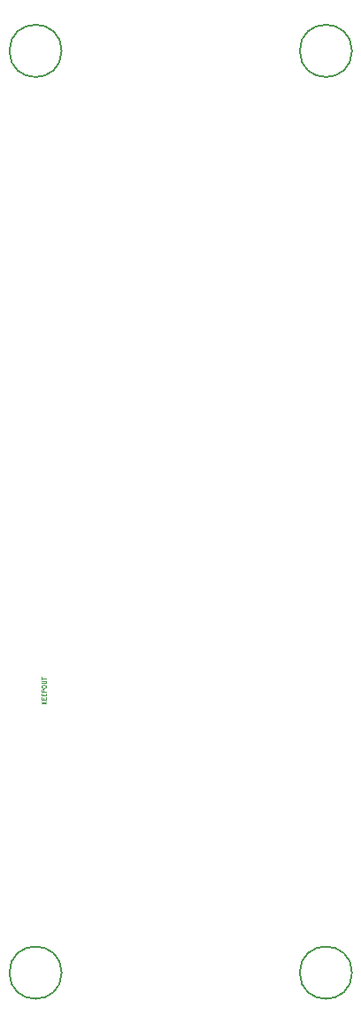
<source format=gbr>
%TF.GenerationSoftware,KiCad,Pcbnew,7.0.6*%
%TF.CreationDate,2024-05-23T09:50:57-04:00*%
%TF.ProjectId,ActiveImpactor_Control,41637469-7665-4496-9d70-6163746f725f,rev?*%
%TF.SameCoordinates,Original*%
%TF.FileFunction,Other,Comment*%
%FSLAX46Y46*%
G04 Gerber Fmt 4.6, Leading zero omitted, Abs format (unit mm)*
G04 Created by KiCad (PCBNEW 7.0.6) date 2024-05-23 09:50:57*
%MOMM*%
%LPD*%
G01*
G04 APERTURE LIST*
%ADD10C,0.070000*%
%ADD11C,0.150000*%
G04 APERTURE END LIST*
D10*
X-12908592Y-18338095D02*
X-13308592Y-18338095D01*
X-12908592Y-18109524D02*
X-13137163Y-18280953D01*
X-13308592Y-18109524D02*
X-13080020Y-18338095D01*
X-13118116Y-17938095D02*
X-13118116Y-17804762D01*
X-12908592Y-17747619D02*
X-12908592Y-17938095D01*
X-12908592Y-17938095D02*
X-13308592Y-17938095D01*
X-13308592Y-17938095D02*
X-13308592Y-17747619D01*
X-13118116Y-17576190D02*
X-13118116Y-17442857D01*
X-12908592Y-17385714D02*
X-12908592Y-17576190D01*
X-12908592Y-17576190D02*
X-13308592Y-17576190D01*
X-13308592Y-17576190D02*
X-13308592Y-17385714D01*
X-12908592Y-17214285D02*
X-13308592Y-17214285D01*
X-13308592Y-17214285D02*
X-13308592Y-17061904D01*
X-13308592Y-17061904D02*
X-13289544Y-17023809D01*
X-13289544Y-17023809D02*
X-13270497Y-17004762D01*
X-13270497Y-17004762D02*
X-13232401Y-16985714D01*
X-13232401Y-16985714D02*
X-13175259Y-16985714D01*
X-13175259Y-16985714D02*
X-13137163Y-17004762D01*
X-13137163Y-17004762D02*
X-13118116Y-17023809D01*
X-13118116Y-17023809D02*
X-13099068Y-17061904D01*
X-13099068Y-17061904D02*
X-13099068Y-17214285D01*
X-13308592Y-16738095D02*
X-13308592Y-16661904D01*
X-13308592Y-16661904D02*
X-13289544Y-16623809D01*
X-13289544Y-16623809D02*
X-13251449Y-16585714D01*
X-13251449Y-16585714D02*
X-13175259Y-16566666D01*
X-13175259Y-16566666D02*
X-13041925Y-16566666D01*
X-13041925Y-16566666D02*
X-12965735Y-16585714D01*
X-12965735Y-16585714D02*
X-12927640Y-16623809D01*
X-12927640Y-16623809D02*
X-12908592Y-16661904D01*
X-12908592Y-16661904D02*
X-12908592Y-16738095D01*
X-12908592Y-16738095D02*
X-12927640Y-16776190D01*
X-12927640Y-16776190D02*
X-12965735Y-16814285D01*
X-12965735Y-16814285D02*
X-13041925Y-16833333D01*
X-13041925Y-16833333D02*
X-13175259Y-16833333D01*
X-13175259Y-16833333D02*
X-13251449Y-16814285D01*
X-13251449Y-16814285D02*
X-13289544Y-16776190D01*
X-13289544Y-16776190D02*
X-13308592Y-16738095D01*
X-13308592Y-16395237D02*
X-12984782Y-16395237D01*
X-12984782Y-16395237D02*
X-12946687Y-16376190D01*
X-12946687Y-16376190D02*
X-12927640Y-16357142D01*
X-12927640Y-16357142D02*
X-12908592Y-16319047D01*
X-12908592Y-16319047D02*
X-12908592Y-16242856D01*
X-12908592Y-16242856D02*
X-12927640Y-16204761D01*
X-12927640Y-16204761D02*
X-12946687Y-16185714D01*
X-12946687Y-16185714D02*
X-12984782Y-16166666D01*
X-12984782Y-16166666D02*
X-13308592Y-16166666D01*
X-13308592Y-16033332D02*
X-13308592Y-15804761D01*
X-12908592Y-15919047D02*
X-13308592Y-15919047D01*
D11*
%TO.C,H102*%
X-11390500Y44053000D02*
G75*
G03*
X-11390500Y44053000I-2500000J0D01*
G01*
%TO.C,H101*%
X16390500Y44053000D02*
G75*
G03*
X16390500Y44053000I-2500000J0D01*
G01*
%TO.C,H104*%
X16390500Y-44053000D02*
G75*
G03*
X16390500Y-44053000I-2500000J0D01*
G01*
%TO.C,H103*%
X-11390500Y-44053000D02*
G75*
G03*
X-11390500Y-44053000I-2500000J0D01*
G01*
%TD*%
M02*

</source>
